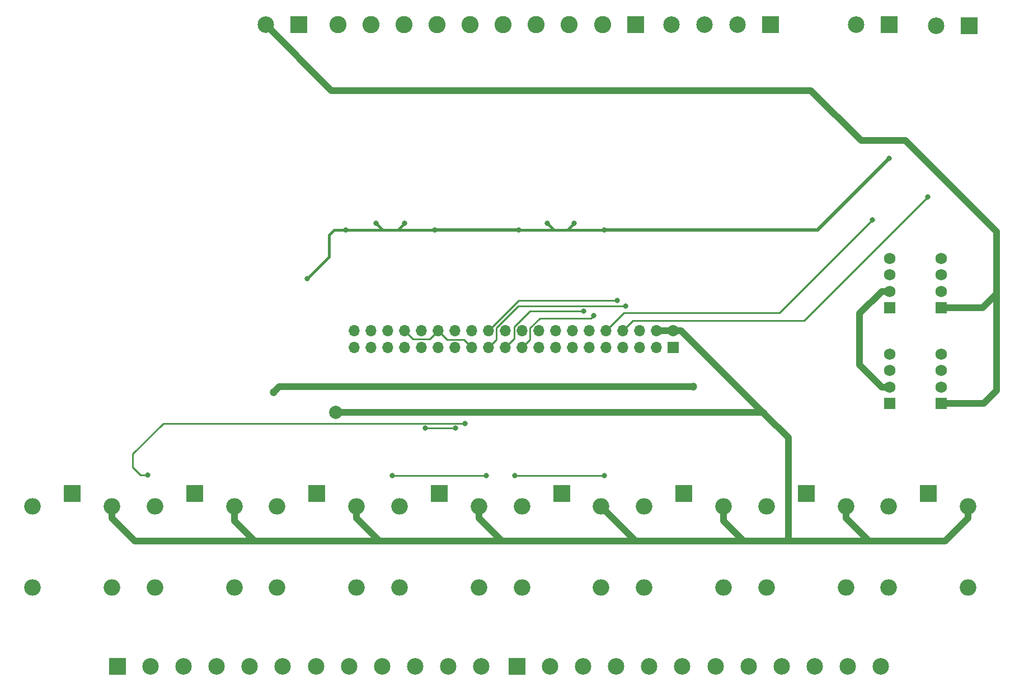
<source format=gbr>
G04 #@! TF.GenerationSoftware,KiCad,Pcbnew,5.1.2*
G04 #@! TF.CreationDate,2019-06-10T17:55:51+05:30*
G04 #@! TF.ProjectId,openPlc_Rpi,6f70656e-506c-4635-9f52-70692e6b6963,rev?*
G04 #@! TF.SameCoordinates,Original*
G04 #@! TF.FileFunction,Copper,L2,Bot*
G04 #@! TF.FilePolarity,Positive*
%FSLAX46Y46*%
G04 Gerber Fmt 4.6, Leading zero omitted, Abs format (unit mm)*
G04 Created by KiCad (PCBNEW 5.1.2) date 2019-06-10 17:55:51*
%MOMM*%
%LPD*%
G04 APERTURE LIST*
%ADD10C,2.600000*%
%ADD11R,2.600000X2.600000*%
%ADD12R,2.500000X2.500000*%
%ADD13C,2.500000*%
%ADD14O,2.500000X2.500000*%
%ADD15O,1.700000X1.700000*%
%ADD16R,1.700000X1.700000*%
%ADD17R,1.750000X1.750000*%
%ADD18C,1.750000*%
%ADD19C,2.000000*%
%ADD20C,0.800000*%
%ADD21C,1.200000*%
%ADD22C,1.000000*%
%ADD23C,0.400000*%
%ADD24C,0.500000*%
%ADD25C,0.250000*%
G04 APERTURE END LIST*
D10*
X86180000Y-53050556D03*
X91180000Y-53050556D03*
X96180000Y-53050556D03*
X101180000Y-53050556D03*
X106180000Y-53050556D03*
X111180000Y-53050556D03*
X116180000Y-53050556D03*
X121180000Y-53050556D03*
X126180000Y-53050556D03*
D11*
X131180000Y-53050556D03*
D12*
X181700000Y-53175000D03*
D13*
X176700000Y-53175000D03*
D12*
X169550000Y-53050000D03*
D13*
X164550000Y-53050000D03*
D12*
X157008284Y-123952000D03*
D14*
X151008284Y-125952000D03*
X151008284Y-138152000D03*
X163008284Y-138152000D03*
X163008284Y-125952000D03*
D12*
X101491142Y-123952000D03*
D14*
X95491142Y-125952000D03*
X95491142Y-138152000D03*
X107491142Y-138152000D03*
X107491142Y-125952000D03*
D12*
X82985428Y-123952000D03*
D14*
X76985428Y-125952000D03*
X76985428Y-138152000D03*
X88985428Y-138152000D03*
X88985428Y-125952000D03*
D13*
X57832000Y-150114000D03*
D12*
X52832000Y-150114000D03*
D13*
X62832000Y-150114000D03*
X67832000Y-150114000D03*
X72832000Y-150114000D03*
X77832000Y-150114000D03*
X82832000Y-150114000D03*
X87832000Y-150114000D03*
X92832000Y-150114000D03*
X97832000Y-150114000D03*
X102832000Y-150114000D03*
X107832000Y-150114000D03*
D12*
X45974000Y-123952000D03*
D14*
X39974000Y-125952000D03*
X39974000Y-138152000D03*
X51974000Y-138152000D03*
X51974000Y-125952000D03*
D12*
X119996856Y-123952000D03*
D14*
X113996856Y-125952000D03*
X113996856Y-138152000D03*
X125996856Y-138152000D03*
X125996856Y-125952000D03*
D12*
X138502570Y-123952000D03*
D14*
X132502570Y-125952000D03*
X132502570Y-138152000D03*
X144502570Y-138152000D03*
X144502570Y-125952000D03*
D12*
X175514000Y-123952000D03*
D14*
X169514000Y-125952000D03*
X169514000Y-138152000D03*
X181514000Y-138152000D03*
X181514000Y-125952000D03*
D12*
X64479714Y-123952000D03*
D14*
X58479714Y-125952000D03*
X58479714Y-138152000D03*
X70479714Y-138152000D03*
X70479714Y-125952000D03*
D15*
X88646000Y-99314000D03*
X88646000Y-101854000D03*
X91186000Y-99314000D03*
X91186000Y-101854000D03*
X93726000Y-99314000D03*
X93726000Y-101854000D03*
X96266000Y-99314000D03*
X96266000Y-101854000D03*
X98806000Y-99314000D03*
X98806000Y-101854000D03*
X101346000Y-99314000D03*
X101346000Y-101854000D03*
X103886000Y-99314000D03*
X103886000Y-101854000D03*
X106426000Y-99314000D03*
X106426000Y-101854000D03*
X108966000Y-99314000D03*
X108966000Y-101854000D03*
X111506000Y-99314000D03*
X111506000Y-101854000D03*
X114046000Y-99314000D03*
X114046000Y-101854000D03*
X116586000Y-99314000D03*
X116586000Y-101854000D03*
X119126000Y-99314000D03*
X119126000Y-101854000D03*
X121666000Y-99314000D03*
X121666000Y-101854000D03*
X124206000Y-99314000D03*
X124206000Y-101854000D03*
X126746000Y-99314000D03*
X126746000Y-101854000D03*
X129286000Y-99314000D03*
X129286000Y-101854000D03*
X131826000Y-99314000D03*
X131826000Y-101854000D03*
X134366000Y-99314000D03*
X134366000Y-101854000D03*
X136906000Y-99314000D03*
D16*
X136906000Y-101854000D03*
D13*
X118284000Y-150114000D03*
D12*
X113284000Y-150114000D03*
D13*
X123284000Y-150114000D03*
X128284000Y-150114000D03*
X133284000Y-150114000D03*
X138284000Y-150114000D03*
X143284000Y-150114000D03*
X148284000Y-150114000D03*
X153284000Y-150114000D03*
X158284000Y-150114000D03*
X163284000Y-150114000D03*
X168284000Y-150114000D03*
D12*
X80264000Y-53050556D03*
D13*
X75264000Y-53050556D03*
X136638000Y-53050556D03*
X141638000Y-53050556D03*
D12*
X151638000Y-53050556D03*
D13*
X146638000Y-53050556D03*
D17*
X169675001Y-110349999D03*
D18*
X169675001Y-107849999D03*
X169675001Y-105349999D03*
X169675001Y-102849999D03*
X177475001Y-102849999D03*
X177475001Y-105349999D03*
X177475001Y-107849999D03*
D17*
X177475001Y-110349999D03*
X169675001Y-95899999D03*
D18*
X169675001Y-93399999D03*
X169675001Y-90899999D03*
X169675001Y-88399999D03*
X177475001Y-88399999D03*
X177475001Y-90899999D03*
X177475001Y-93399999D03*
D17*
X177475001Y-95899999D03*
D19*
X85849568Y-111724990D03*
D20*
X87376000Y-84074000D03*
X100838000Y-84074000D03*
X91948000Y-83058000D03*
X96266000Y-83058000D03*
X113538000Y-84074000D03*
X126492000Y-84074000D03*
X117856000Y-83058000D03*
X121920000Y-83058000D03*
X81534000Y-91440000D03*
X169600000Y-73250000D03*
X128397000Y-94742000D03*
X129667000Y-95631000D03*
X123317000Y-96393000D03*
X124841000Y-97028000D03*
X94361000Y-121285000D03*
X108585000Y-121285000D03*
X112903000Y-121285000D03*
X126492000Y-121285000D03*
X57404000Y-121158000D03*
X105350000Y-113350000D03*
D21*
X76450000Y-108650000D03*
X139925000Y-107800000D03*
D20*
X103950000Y-114100000D03*
X99400000Y-114100000D03*
X175450000Y-79100000D03*
X167025000Y-82550000D03*
D22*
X178042766Y-131191000D02*
X177546000Y-131191000D01*
X181514000Y-127719766D02*
X178042766Y-131191000D01*
X181514000Y-125952000D02*
X181514000Y-127719766D01*
X51974000Y-125952000D02*
X51974000Y-127719766D01*
X55445234Y-131191000D02*
X56642000Y-131191000D01*
X51974000Y-127719766D02*
X55445234Y-131191000D01*
X70479714Y-125952000D02*
X70479714Y-128137714D01*
X70479714Y-128137714D02*
X73533000Y-131191000D01*
X56642000Y-131191000D02*
X73533000Y-131191000D01*
X92329000Y-131063338D02*
X92329000Y-131191000D01*
X88985428Y-125952000D02*
X88985428Y-127719766D01*
X73533000Y-131191000D02*
X92329000Y-131191000D01*
X88985428Y-127719766D02*
X92329000Y-131063338D01*
X92329000Y-131191000D02*
X94234000Y-131191000D01*
X110962376Y-131191000D02*
X112014000Y-131191000D01*
X107491142Y-125952000D02*
X107491142Y-127719766D01*
X107491142Y-127719766D02*
X110962376Y-131191000D01*
X94234000Y-131191000D02*
X112014000Y-131191000D01*
X131235856Y-131191000D02*
X131953000Y-131191000D01*
X125996856Y-125952000D02*
X131235856Y-131191000D01*
X112014000Y-131191000D02*
X131953000Y-131191000D01*
X144502570Y-128119570D02*
X147574000Y-131191000D01*
X144502570Y-125952000D02*
X144502570Y-128119570D01*
X131953000Y-131191000D02*
X147574000Y-131191000D01*
X166479518Y-131191000D02*
X166878000Y-131191000D01*
X163008284Y-127719766D02*
X166479518Y-131191000D01*
X163008284Y-125952000D02*
X163008284Y-127719766D01*
X166878000Y-131191000D02*
X177546000Y-131191000D01*
X134366000Y-99314000D02*
X136906000Y-99314000D01*
X136906000Y-99314000D02*
X138108081Y-99314000D01*
X147574000Y-131191000D02*
X154305000Y-131191000D01*
X154305000Y-115510919D02*
X154305000Y-131191000D01*
X154305000Y-131191000D02*
X166878000Y-131191000D01*
X138108081Y-99314000D02*
X150969040Y-112174960D01*
X150969040Y-112174960D02*
X154305000Y-115510919D01*
X87263781Y-111724990D02*
X85849568Y-111724990D01*
X150519070Y-111724990D02*
X87263781Y-111724990D01*
X150969040Y-112174960D02*
X150519070Y-111724990D01*
D23*
X92964000Y-84074000D02*
X93726000Y-84074000D01*
X91948000Y-83058000D02*
X92964000Y-84074000D01*
X87376000Y-84074000D02*
X93726000Y-84074000D01*
X93726000Y-84074000D02*
X93980000Y-84074000D01*
X95250000Y-84074000D02*
X96266000Y-83058000D01*
X94742000Y-84074000D02*
X95250000Y-84074000D01*
X93980000Y-84074000D02*
X94742000Y-84074000D01*
X94742000Y-84074000D02*
X100838000Y-84074000D01*
X117856000Y-83058000D02*
X118872000Y-84074000D01*
X113538000Y-84074000D02*
X119380000Y-84074000D01*
X118872000Y-84074000D02*
X119380000Y-84074000D01*
X121920000Y-83058000D02*
X120904000Y-84074000D01*
X119380000Y-84074000D02*
X120396000Y-84074000D01*
X120904000Y-84074000D02*
X120396000Y-84074000D01*
X120396000Y-84074000D02*
X126492000Y-84074000D01*
X85598000Y-84074000D02*
X87376000Y-84074000D01*
X81534000Y-91440000D02*
X84836000Y-88138000D01*
X84836000Y-84836000D02*
X85598000Y-84074000D01*
X84836000Y-88138000D02*
X84836000Y-84836000D01*
D24*
X100838000Y-84074000D02*
X113538000Y-84074000D01*
X158825000Y-84025000D02*
X169600000Y-73250000D01*
X126492000Y-84074000D02*
X158776000Y-84074000D01*
X158776000Y-84074000D02*
X158825000Y-84025000D01*
D25*
X108966000Y-99314000D02*
X113538000Y-94742000D01*
X113538000Y-94742000D02*
X126111000Y-94742000D01*
X126111000Y-94742000D02*
X128397000Y-94742000D01*
X110141001Y-98939997D02*
X113449998Y-95631000D01*
X108966000Y-101854000D02*
X110141001Y-100678999D01*
X110141001Y-100678999D02*
X110141001Y-98939997D01*
X113449998Y-95631000D02*
X126492000Y-95631000D01*
X126492000Y-95631000D02*
X129667000Y-95631000D01*
X112870999Y-100489001D02*
X112870999Y-98749999D01*
X115227998Y-96393000D02*
X123317000Y-96393000D01*
X112870999Y-98749999D02*
X115227998Y-96393000D01*
X111506000Y-101854000D02*
X112870999Y-100489001D01*
X123571000Y-96393000D02*
X123317000Y-96393000D01*
X115221001Y-98939997D02*
X115221001Y-100678999D01*
X116732999Y-97427999D02*
X115221001Y-98939997D01*
X115221001Y-100678999D02*
X114046000Y-101854000D01*
X124441001Y-97427999D02*
X116732999Y-97427999D01*
X124841000Y-97028000D02*
X124441001Y-97427999D01*
D22*
X75264000Y-53050556D02*
X85188444Y-62975000D01*
X85188444Y-62975000D02*
X157750000Y-62975000D01*
X157750000Y-62975000D02*
X165350000Y-70575000D01*
X165350000Y-70575000D02*
X172025000Y-70575000D01*
X172025000Y-70575000D02*
X185825000Y-84375000D01*
X185825000Y-84375000D02*
X185825000Y-93775000D01*
X183700001Y-95899999D02*
X177475001Y-95899999D01*
X185825000Y-93775000D02*
X183700001Y-95899999D01*
X185825000Y-93775000D02*
X185825000Y-108400000D01*
X183875001Y-110349999D02*
X177475001Y-110349999D01*
X185825000Y-108400000D02*
X183875001Y-110349999D01*
D25*
X108585000Y-121285000D02*
X94361000Y-121285000D01*
X126492000Y-121285000D02*
X112903000Y-121285000D01*
X56261000Y-121158000D02*
X57404000Y-121158000D01*
X55118000Y-117983000D02*
X55118000Y-120015000D01*
X59751000Y-113350000D02*
X55118000Y-117983000D01*
X105350000Y-113350000D02*
X59751000Y-113350000D01*
X55118000Y-120015000D02*
X56261000Y-121158000D01*
X96266000Y-99314000D02*
X97536000Y-100584000D01*
X100076000Y-100584000D02*
X101346000Y-99314000D01*
X97536000Y-100584000D02*
X100076000Y-100584000D01*
X102710999Y-100678999D02*
X101346000Y-99314000D01*
X106426000Y-101854000D02*
X105250999Y-100678999D01*
X105250999Y-100678999D02*
X102710999Y-100678999D01*
D22*
X76450000Y-108650000D02*
X77300000Y-107800000D01*
X77300000Y-107800000D02*
X139925000Y-107800000D01*
X165100000Y-104512434D02*
X165100000Y-96737564D01*
X165100000Y-96737564D02*
X168437565Y-93399999D01*
X169675001Y-107849999D02*
X168437565Y-107849999D01*
X168437565Y-107849999D02*
X165100000Y-104512434D01*
X168437565Y-93399999D02*
X169675001Y-93399999D01*
D25*
X103950000Y-114100000D02*
X103384315Y-114100000D01*
X103384315Y-114100000D02*
X99400000Y-114100000D01*
X129286000Y-99314000D02*
X130761001Y-97838999D01*
X156711001Y-97838999D02*
X175450000Y-79100000D01*
X153211001Y-97838999D02*
X156711001Y-97838999D01*
X130761001Y-97838999D02*
X153211001Y-97838999D01*
X126746000Y-99314000D02*
X129435000Y-96625000D01*
X152950000Y-96625000D02*
X167025000Y-82550000D01*
X129435000Y-96625000D02*
X147425000Y-96625000D01*
X147425000Y-96625000D02*
X152950000Y-96625000D01*
M02*

</source>
